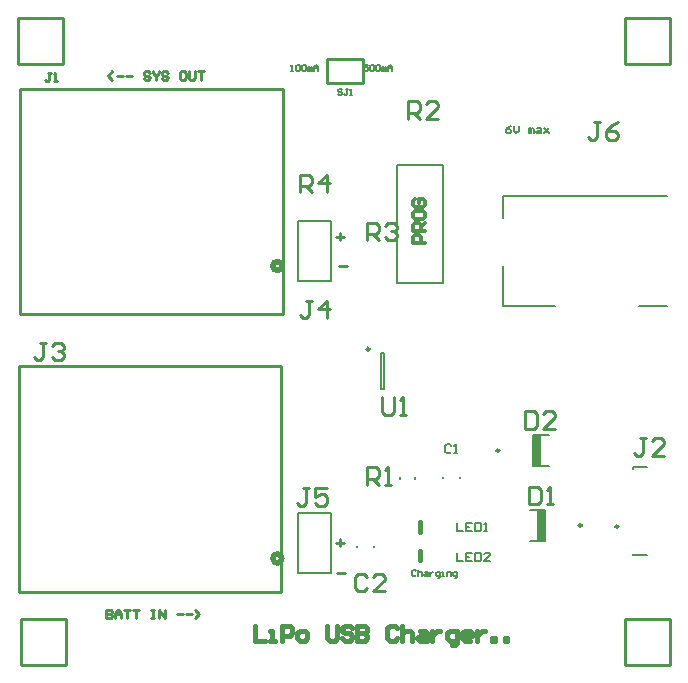
<source format=gto>
G04*
G04 #@! TF.GenerationSoftware,Altium Limited,Altium Designer,25.4.2 (15)*
G04*
G04 Layer_Color=65535*
%FSLAX44Y44*%
%MOMM*%
G71*
G04*
G04 #@! TF.SameCoordinates,15869630-21D1-4171-BE07-BC68FFD32C74*
G04*
G04*
G04 #@! TF.FilePolarity,Positive*
G04*
G01*
G75*
%ADD10C,0.5080*%
%ADD11C,0.2500*%
%ADD12C,0.1524*%
%ADD13C,0.4000*%
%ADD14C,0.2540*%
%ADD15C,0.2000*%
%ADD16C,0.1270*%
%ADD17C,0.3810*%
%ADD18C,0.3048*%
%ADD19C,0.2032*%
%ADD20R,0.7778X2.6000*%
D10*
X229870Y97790D02*
G03*
X229870Y97790I-3810J0D01*
G01*
Y345440D02*
G03*
X229870Y345440I-3810J0D01*
G01*
D11*
X304210Y275040D02*
G03*
X304210Y275040I-1250J0D01*
G01*
X483790Y125730D02*
G03*
X483790Y125730I-1250J0D01*
G01*
X414060Y189230D02*
G03*
X414060Y189230I-1250J0D01*
G01*
X514700Y124915D02*
G03*
X514700Y124915I-1250J0D01*
G01*
D12*
X243840Y85090D02*
Y135890D01*
X271780D01*
Y85090D02*
Y135890D01*
X243840Y85090D02*
X271780D01*
X243840Y332740D02*
Y383540D01*
X271780D01*
Y332740D02*
Y383540D01*
X243840Y332740D02*
X271780D01*
X378465Y102869D02*
Y95251D01*
X383543D01*
X391160Y102869D02*
X386082D01*
Y95251D01*
X391160D01*
X386082Y99060D02*
X388621D01*
X393700Y102869D02*
Y95251D01*
X397508D01*
X398778Y96521D01*
Y101599D01*
X397508Y102869D01*
X393700D01*
X406395Y95251D02*
X401317D01*
X406395Y100330D01*
Y101599D01*
X405126Y102869D01*
X402587D01*
X401317Y101599D01*
X378464Y128269D02*
Y120651D01*
X383543D01*
X391160Y128269D02*
X386082D01*
Y120651D01*
X391160D01*
X386082Y124460D02*
X388621D01*
X393699Y128269D02*
Y120651D01*
X397508D01*
X398778Y121921D01*
Y126999D01*
X397508Y128269D01*
X393699D01*
X401317Y120651D02*
X403856D01*
X402586D01*
Y128269D01*
X401317Y126999D01*
D13*
X346700Y120460D02*
Y128460D01*
Y96330D02*
Y104330D01*
D14*
X25690Y7420D02*
X46940D01*
X18065Y46170D02*
X36315D01*
X8940Y7420D02*
X25690D01*
X8940D02*
Y46170D01*
X18065D01*
X46940Y7420D02*
Y46170D01*
X36315D02*
X46940D01*
X298450Y513080D02*
Y520700D01*
X267970D02*
X298450D01*
X267970Y500380D02*
Y520700D01*
Y500380D02*
X298450D01*
Y513080D01*
X230450Y304550D02*
Y495550D01*
X8450Y304550D02*
Y495550D01*
X119450D02*
X230450D01*
X8450D02*
X119450D01*
X8450Y304550D02*
X230450D01*
X7180Y69600D02*
X229180D01*
X7180Y260600D02*
X118180D01*
X229180D01*
X7180Y69600D02*
Y260600D01*
X229180Y69600D02*
Y260600D01*
X548125Y555440D02*
X558750D01*
Y516690D02*
Y555440D01*
X520750D02*
X529875D01*
X520750Y516690D02*
Y555440D01*
Y516690D02*
X537500D01*
X529875Y555440D02*
X548125D01*
X537500Y516690D02*
X558750D01*
X548125Y46170D02*
X558750D01*
Y7420D02*
Y46170D01*
X520750D02*
X529875D01*
X520750Y7420D02*
Y46170D01*
Y7420D02*
X537500D01*
X529875Y46170D02*
X548125D01*
X537500Y7420D02*
X558750D01*
X33775Y555440D02*
X44400D01*
Y516690D02*
Y555440D01*
X6400D02*
X15525D01*
X6400Y516690D02*
Y555440D01*
Y516690D02*
X23150D01*
X15525Y555440D02*
X33775D01*
X23150Y516690D02*
X44400D01*
X252731Y157478D02*
X247652D01*
X250192D01*
Y144782D01*
X247652Y142242D01*
X245113D01*
X242574Y144782D01*
X267966Y157478D02*
X257809D01*
Y149860D01*
X262887Y152399D01*
X265427D01*
X267966Y149860D01*
Y144782D01*
X265427Y142242D01*
X260348D01*
X257809Y144782D01*
X255271Y316227D02*
X250193D01*
X252732D01*
Y303532D01*
X250193Y300993D01*
X247653D01*
X245114Y303532D01*
X267967Y300993D02*
Y316227D01*
X260349Y308610D01*
X270506D01*
X314393Y234338D02*
Y221642D01*
X316933Y219102D01*
X322011D01*
X324550Y221642D01*
Y234338D01*
X329628Y219102D02*
X334707D01*
X332168D01*
Y234338D01*
X329628Y231798D01*
X302263Y160023D02*
Y175257D01*
X309881D01*
X312420Y172718D01*
Y167640D01*
X309881Y165101D01*
X302263D01*
X307342D02*
X312420Y160023D01*
X317498D02*
X322577D01*
X320038D01*
Y175257D01*
X317498Y172718D01*
X245114Y407673D02*
Y422907D01*
X252732D01*
X255271Y420368D01*
Y415290D01*
X252732Y412751D01*
X245114D01*
X250193D02*
X255271Y407673D01*
X267967D02*
Y422907D01*
X260349Y415290D01*
X270506D01*
X302264Y367033D02*
Y382267D01*
X309882D01*
X312421Y379728D01*
Y374650D01*
X309882Y372111D01*
X302264D01*
X307342D02*
X312421Y367033D01*
X317499Y379728D02*
X320038Y382267D01*
X325117D01*
X327656Y379728D01*
Y377189D01*
X325117Y374650D01*
X322578D01*
X325117D01*
X327656Y372111D01*
Y369572D01*
X325117Y367033D01*
X320038D01*
X317499Y369572D01*
X34290Y509269D02*
X31751D01*
X33020D01*
Y502921D01*
X31751Y501651D01*
X30481D01*
X29212Y502921D01*
X36829Y501651D02*
X39368D01*
X38099D01*
Y509269D01*
X36829Y507999D01*
X439423Y158748D02*
Y143512D01*
X447041D01*
X449580Y146052D01*
Y156208D01*
X447041Y158748D01*
X439423D01*
X454658Y143512D02*
X459737D01*
X457198D01*
Y158748D01*
X454658Y156208D01*
X276860Y85090D02*
X283631D01*
X278130Y345440D02*
X284901D01*
X275590Y370416D02*
X282361D01*
X278976Y373801D02*
Y367030D01*
X275590Y111336D02*
X282361D01*
X278976Y114721D02*
Y107950D01*
X86359Y502920D02*
X82550Y506729D01*
X86359Y510537D01*
X90168Y506729D02*
X95246D01*
X97785D02*
X102863D01*
X118098Y509268D02*
X116829Y510537D01*
X114290D01*
X113020Y509268D01*
Y507998D01*
X114290Y506729D01*
X116829D01*
X118098Y505459D01*
Y504190D01*
X116829Y502920D01*
X114290D01*
X113020Y504190D01*
X120638Y510537D02*
Y509268D01*
X123177Y506729D01*
X125716Y509268D01*
Y510537D01*
X123177Y506729D02*
Y502920D01*
X133334Y509268D02*
X132064Y510537D01*
X129525D01*
X128255Y509268D01*
Y507998D01*
X129525Y506729D01*
X132064D01*
X133334Y505459D01*
Y504190D01*
X132064Y502920D01*
X129525D01*
X128255Y504190D01*
X147299Y510537D02*
X144760D01*
X143490Y509268D01*
Y504190D01*
X144760Y502920D01*
X147299D01*
X148569Y504190D01*
Y509268D01*
X147299Y510537D01*
X151108D02*
Y504190D01*
X152377Y502920D01*
X154917D01*
X156186Y504190D01*
Y510537D01*
X158725D02*
X163804D01*
X161264D01*
Y502920D01*
X81280Y54608D02*
Y46990D01*
X85089D01*
X86358Y48260D01*
Y49529D01*
X85089Y50799D01*
X81280D01*
X85089D01*
X86358Y52068D01*
Y53338D01*
X85089Y54608D01*
X81280D01*
X88897Y46990D02*
Y52068D01*
X91437Y54608D01*
X93976Y52068D01*
Y46990D01*
Y50799D01*
X88897D01*
X96515Y54608D02*
X101593D01*
X99054D01*
Y46990D01*
X104133Y54608D02*
X109211D01*
X106672D01*
Y46990D01*
X119368Y54608D02*
X121907D01*
X120637D01*
Y46990D01*
X119368D01*
X121907D01*
X125716D02*
Y54608D01*
X130794Y46990D01*
Y54608D01*
X140951Y50799D02*
X146029D01*
X148568D02*
X153647D01*
X156186Y46990D02*
X159994Y50799D01*
X156186Y54608D01*
X336554Y469832D02*
Y485068D01*
X344172D01*
X346711Y482528D01*
Y477450D01*
X344172Y474911D01*
X336554D01*
X341632D02*
X346711Y469832D01*
X361946D02*
X351789D01*
X361946Y479989D01*
Y482528D01*
X359407Y485068D01*
X354328D01*
X351789Y482528D01*
X499111Y467357D02*
X494033D01*
X496572D01*
Y454662D01*
X494033Y452122D01*
X491493D01*
X488954Y454662D01*
X514346Y467357D02*
X509268Y464818D01*
X504189Y459740D01*
Y454662D01*
X506728Y452122D01*
X511807D01*
X514346Y454662D01*
Y457201D01*
X511807Y459740D01*
X504189D01*
X30481Y280667D02*
X25403D01*
X27942D01*
Y267972D01*
X25403Y265432D01*
X22863D01*
X20324Y267972D01*
X35559Y278128D02*
X38098Y280667D01*
X43177D01*
X45716Y278128D01*
Y275589D01*
X43177Y273050D01*
X40637D01*
X43177D01*
X45716Y270511D01*
Y267972D01*
X43177Y265432D01*
X38098D01*
X35559Y267972D01*
X538481Y200058D02*
X533402D01*
X535942D01*
Y187362D01*
X533402Y184823D01*
X530863D01*
X528324Y187362D01*
X553716Y184823D02*
X543559D01*
X553716Y194979D01*
Y197518D01*
X551177Y200058D01*
X546098D01*
X543559Y197518D01*
X435510Y222819D02*
Y207584D01*
X443128D01*
X445667Y210123D01*
Y220280D01*
X443128Y222819D01*
X435510D01*
X460902Y207584D02*
X450746D01*
X460902Y217741D01*
Y220280D01*
X458363Y222819D01*
X453285D01*
X450746Y220280D01*
X302261Y82548D02*
X299722Y85087D01*
X294643D01*
X292104Y82548D01*
Y72392D01*
X294643Y69852D01*
X299722D01*
X302261Y72392D01*
X317496Y69852D02*
X307339D01*
X317496Y80009D01*
Y82548D01*
X314957Y85087D01*
X309878D01*
X307339Y82548D01*
D15*
X316460Y241040D02*
Y272040D01*
X313460Y241040D02*
Y272040D01*
Y241040D02*
X316460D01*
X313460Y272040D02*
X316460D01*
X342800Y165120D02*
Y167120D01*
X330300Y165120D02*
Y167120D01*
X439690Y112730D02*
X453040D01*
Y138730D01*
X439690D02*
X453040D01*
X327210Y330930D02*
X366210D01*
X327210Y430930D02*
X366210D01*
Y330930D02*
Y430930D01*
X327210Y330930D02*
Y430930D01*
X293740Y107200D02*
Y108700D01*
X308240Y107200D02*
Y108700D01*
X380630Y165620D02*
Y167120D01*
X366130Y165620D02*
Y167120D01*
X442310Y176230D02*
X455660D01*
X442310D02*
Y202230D01*
X455660D01*
X526950Y175415D02*
X538800D01*
X526950Y173915D02*
Y175415D01*
Y100415D02*
X538800D01*
X526950D02*
Y101915D01*
X531900Y311870D02*
X555900D01*
X417130Y404410D02*
X555900D01*
X417130Y311870D02*
X460900D01*
X417130Y385990D02*
Y404410D01*
Y311870D02*
Y345490D01*
D16*
X280671Y494453D02*
X279825Y495299D01*
X278132D01*
X277285Y494453D01*
Y493606D01*
X278132Y492760D01*
X279825D01*
X280671Y491914D01*
Y491067D01*
X279825Y490221D01*
X278132D01*
X277285Y491067D01*
X285749Y495299D02*
X284056D01*
X284903D01*
Y491067D01*
X284056Y490221D01*
X283210D01*
X282364Y491067D01*
X287442Y490221D02*
X289135D01*
X288288D01*
Y495299D01*
X287442Y494453D01*
X237490Y510540D02*
X239183D01*
X238336D01*
Y515618D01*
X237490Y514772D01*
X241722D02*
X242568Y515618D01*
X244261D01*
X245107Y514772D01*
Y511386D01*
X244261Y510540D01*
X242568D01*
X241722Y511386D01*
Y514772D01*
X246800D02*
X247647Y515618D01*
X249340D01*
X250186Y514772D01*
Y511386D01*
X249340Y510540D01*
X247647D01*
X246800Y511386D01*
Y514772D01*
X251879Y510540D02*
Y513926D01*
X252725D01*
X253571Y513079D01*
Y510540D01*
Y513079D01*
X254418Y513926D01*
X255264Y513079D01*
Y510540D01*
X256957D02*
Y513926D01*
X258650Y515618D01*
X260343Y513926D01*
Y510540D01*
Y513079D01*
X256957D01*
X343746Y87205D02*
X342899Y88051D01*
X341206D01*
X340360Y87205D01*
Y83819D01*
X341206Y82973D01*
X342899D01*
X343746Y83819D01*
X345438Y88051D02*
Y82973D01*
Y85512D01*
X346285Y86358D01*
X347977D01*
X348824Y85512D01*
Y82973D01*
X351363Y86358D02*
X353056D01*
X353902Y85512D01*
Y82973D01*
X351363D01*
X350517Y83819D01*
X351363Y84666D01*
X353902D01*
X355595Y86358D02*
Y82973D01*
Y84666D01*
X356441Y85512D01*
X357288Y86358D01*
X358134D01*
X362366Y81280D02*
X363213D01*
X364059Y82126D01*
Y86358D01*
X361520D01*
X360673Y85512D01*
Y83819D01*
X361520Y82973D01*
X364059D01*
X365752D02*
X367444D01*
X366598D01*
Y86358D01*
X365752D01*
X369984Y82973D02*
Y86358D01*
X372523D01*
X373369Y85512D01*
Y82973D01*
X376755Y81280D02*
X377601D01*
X378448Y82126D01*
Y86358D01*
X375909D01*
X375062Y85512D01*
Y83819D01*
X375909Y82973D01*
X378448D01*
X303106Y515618D02*
X299720D01*
Y513079D01*
X301413Y513926D01*
X302259D01*
X303106Y513079D01*
Y511386D01*
X302259Y510540D01*
X300566D01*
X299720Y511386D01*
X304798Y514772D02*
X305645Y515618D01*
X307337D01*
X308184Y514772D01*
Y511386D01*
X307337Y510540D01*
X305645D01*
X304798Y511386D01*
Y514772D01*
X309877D02*
X310723Y515618D01*
X312416D01*
X313262Y514772D01*
Y511386D01*
X312416Y510540D01*
X310723D01*
X309877Y511386D01*
Y514772D01*
X314955Y510540D02*
Y513926D01*
X315802D01*
X316648Y513079D01*
Y510540D01*
Y513079D01*
X317494Y513926D01*
X318341Y513079D01*
Y510540D01*
X320033D02*
Y513926D01*
X321726Y515618D01*
X323419Y513926D01*
Y510540D01*
Y513079D01*
X320033D01*
X373380Y193219D02*
X372110Y194489D01*
X369571D01*
X368302Y193219D01*
Y188141D01*
X369571Y186871D01*
X372110D01*
X373380Y188141D01*
X375919Y186871D02*
X378458D01*
X377189D01*
Y194489D01*
X375919Y193219D01*
D17*
X207010Y41058D02*
Y28362D01*
X215474D01*
X219706D02*
X223938D01*
X221822D01*
Y36826D01*
X219706D01*
X230286Y28362D02*
Y41058D01*
X236634D01*
X238750Y38942D01*
Y34710D01*
X236634Y32594D01*
X230286D01*
X245098Y28362D02*
X249330D01*
X251446Y30478D01*
Y34710D01*
X249330Y36826D01*
X245098D01*
X242982Y34710D01*
Y30478D01*
X245098Y28362D01*
X268374Y41058D02*
Y30478D01*
X270489Y28362D01*
X274721D01*
X276837Y30478D01*
Y41058D01*
X289533Y38942D02*
X287417Y41058D01*
X283185D01*
X281069Y38942D01*
Y36826D01*
X283185Y34710D01*
X287417D01*
X289533Y32594D01*
Y30478D01*
X287417Y28362D01*
X283185D01*
X281069Y30478D01*
X293765Y41058D02*
Y28362D01*
X300113D01*
X302229Y30478D01*
Y32594D01*
X300113Y34710D01*
X293765D01*
X300113D01*
X302229Y36826D01*
Y38942D01*
X300113Y41058D01*
X293765D01*
X327621Y38942D02*
X325505Y41058D01*
X321273D01*
X319157Y38942D01*
Y30478D01*
X321273Y28362D01*
X325505D01*
X327621Y30478D01*
X331853Y41058D02*
Y28362D01*
Y34710D01*
X333969Y36826D01*
X338201D01*
X340317Y34710D01*
Y28362D01*
X346665Y36826D02*
X350897D01*
X353013Y34710D01*
Y28362D01*
X346665D01*
X344549Y30478D01*
X346665Y32594D01*
X353013D01*
X357245Y36826D02*
Y28362D01*
Y32594D01*
X359361Y34710D01*
X361477Y36826D01*
X363593D01*
X374173Y24130D02*
X376288D01*
X378405Y26246D01*
Y36826D01*
X372057D01*
X369940Y34710D01*
Y30478D01*
X372057Y28362D01*
X378405D01*
X388984D02*
X384752D01*
X382636Y30478D01*
Y34710D01*
X384752Y36826D01*
X388984D01*
X391100Y34710D01*
Y32594D01*
X382636D01*
X395332Y36826D02*
Y28362D01*
Y32594D01*
X397448Y34710D01*
X399564Y36826D01*
X401680D01*
X408028Y28362D02*
Y30478D01*
X410144D01*
Y28362D01*
X408028D01*
X418608D02*
Y30478D01*
X420724D01*
Y28362D01*
X418608D01*
D18*
X351282Y364998D02*
X341125D01*
Y370076D01*
X342818Y371769D01*
X346204D01*
X347896Y370076D01*
Y364998D01*
X351282Y375155D02*
X341125D01*
Y380233D01*
X342818Y381926D01*
X346204D01*
X347896Y380233D01*
Y375155D01*
Y378540D02*
X351282Y381926D01*
X341125Y390390D02*
Y387004D01*
X342818Y385311D01*
X349589D01*
X351282Y387004D01*
Y390390D01*
X349589Y392083D01*
X342818D01*
X341125Y390390D01*
X342818Y402239D02*
X341125Y400546D01*
Y397161D01*
X342818Y395468D01*
X349589D01*
X351282Y397161D01*
Y400546D01*
X349589Y402239D01*
X346204D01*
Y398854D01*
D19*
X424094Y464310D02*
X421978Y463252D01*
X419862Y461136D01*
Y459020D01*
X420920Y457962D01*
X423036D01*
X424094Y459020D01*
Y460078D01*
X423036Y461136D01*
X419862D01*
X426210Y464310D02*
Y460078D01*
X428326Y457962D01*
X430442Y460078D01*
Y464310D01*
X438906Y457962D02*
Y462194D01*
X439964D01*
X441022Y461136D01*
Y457962D01*
Y461136D01*
X442080Y462194D01*
X443138Y461136D01*
Y457962D01*
X446312Y462194D02*
X448428D01*
X449486Y461136D01*
Y457962D01*
X446312D01*
X445254Y459020D01*
X446312Y460078D01*
X449486D01*
X451602Y462194D02*
X455834Y457962D01*
X453718Y460078D01*
X455834Y462194D01*
X451602Y457962D01*
D20*
X449144Y125730D02*
D03*
X446205Y189229D02*
D03*
M02*

</source>
